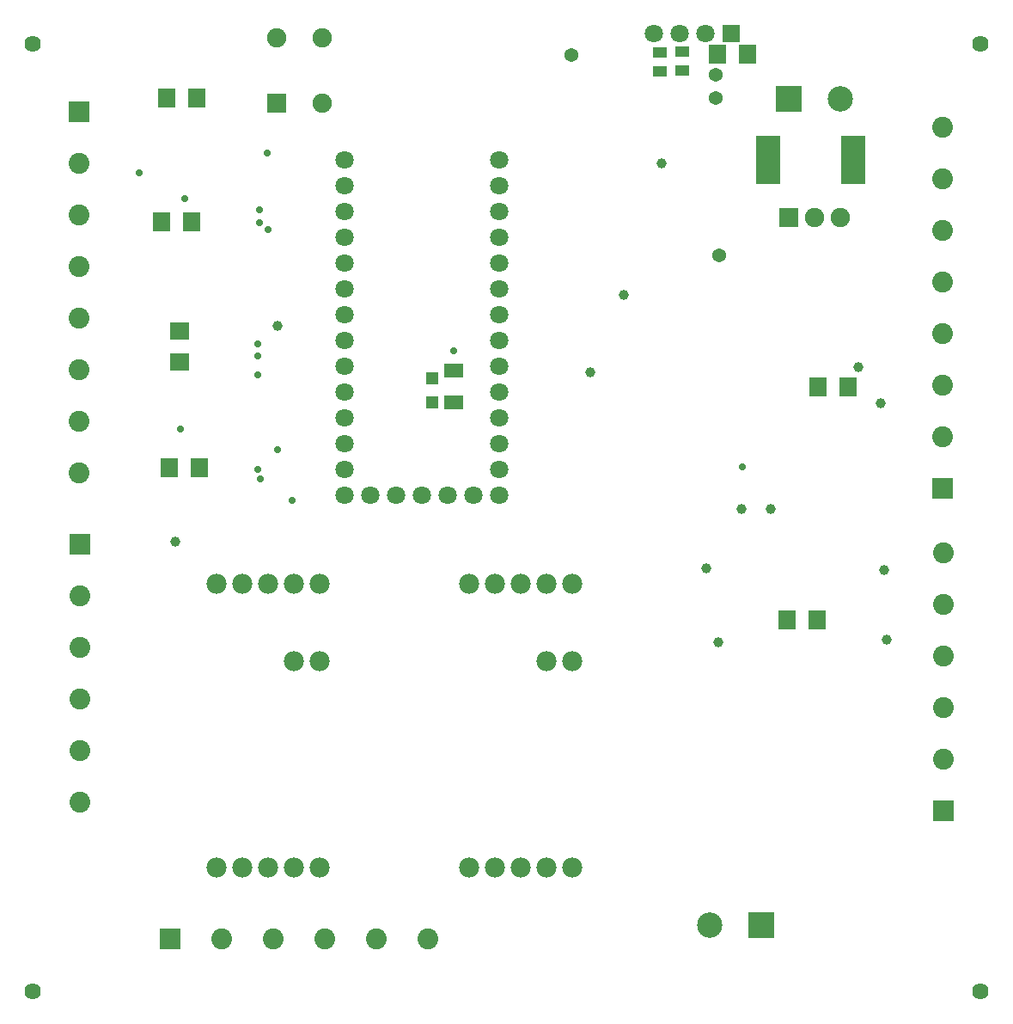
<source format=gbs>
G04*
G04 #@! TF.GenerationSoftware,Altium Limited,Altium Designer,20.1.14 (287)*
G04*
G04 Layer_Color=16711935*
%FSLAX25Y25*%
%MOIN*%
G70*
G04*
G04 #@! TF.SameCoordinates,7A970C34-DB54-4F81-A8C4-4C09E61C51C5*
G04*
G04*
G04 #@! TF.FilePolarity,Negative*
G04*
G01*
G75*
%ADD23R,0.06653X0.07559*%
%ADD33R,0.07559X0.06653*%
%ADD44C,0.07087*%
%ADD45R,0.06772X0.06772*%
%ADD46R,0.08071X0.08071*%
%ADD47C,0.08071*%
%ADD48R,0.09843X0.09843*%
%ADD49C,0.09843*%
%ADD50C,0.07480*%
%ADD51C,0.07794*%
%ADD52R,0.07480X0.07480*%
%ADD53R,0.07480X0.07480*%
%ADD54R,0.08071X0.08071*%
%ADD55C,0.06394*%
%ADD56C,0.02756*%
%ADD57C,0.03937*%
%ADD58C,0.05394*%
%ADD124R,0.07205X0.05394*%
%ADD125R,0.05827X0.04213*%
%ADD126R,0.09449X0.18504*%
%ADD127R,0.04921X0.04921*%
%ADD128R,0.07205X0.05236*%
D23*
X317492Y247500D02*
D03*
X329193D02*
D03*
X305492Y157000D02*
D03*
X317193D02*
D03*
X290193Y376500D02*
D03*
X64992Y359500D02*
D03*
X62992Y311500D02*
D03*
X65992Y216000D02*
D03*
X76693Y359500D02*
D03*
X74693Y311500D02*
D03*
X77693Y216000D02*
D03*
X278492Y376500D02*
D03*
D33*
X69842Y268850D02*
D03*
Y257150D02*
D03*
D44*
X264000Y384500D02*
D03*
X254000D02*
D03*
X274000D02*
D03*
X133843Y225499D02*
D03*
X173843Y205500D02*
D03*
X183843D02*
D03*
X193842D02*
D03*
Y225500D02*
D03*
Y215500D02*
D03*
Y235500D02*
D03*
Y245500D02*
D03*
Y255500D02*
D03*
Y265500D02*
D03*
Y275500D02*
D03*
Y285500D02*
D03*
Y295500D02*
D03*
Y305500D02*
D03*
X133843Y305499D02*
D03*
Y245499D02*
D03*
Y205499D02*
D03*
Y215499D02*
D03*
Y265499D02*
D03*
Y255499D02*
D03*
Y295499D02*
D03*
Y285499D02*
D03*
Y325499D02*
D03*
X143842Y205500D02*
D03*
X133843Y235499D02*
D03*
Y275499D02*
D03*
Y315499D02*
D03*
X153842Y205500D02*
D03*
X193842Y315500D02*
D03*
Y335500D02*
D03*
X163842Y205500D02*
D03*
X193842Y325500D02*
D03*
X133843Y335499D02*
D03*
D45*
X284000Y384500D02*
D03*
D46*
X30843Y354000D02*
D03*
X366342Y83000D02*
D03*
X31343Y186500D02*
D03*
X365843Y208000D02*
D03*
D47*
X30843Y334000D02*
D03*
Y314000D02*
D03*
Y294000D02*
D03*
Y274000D02*
D03*
Y254000D02*
D03*
Y234000D02*
D03*
Y214000D02*
D03*
X365843Y348000D02*
D03*
Y308000D02*
D03*
Y268000D02*
D03*
Y228000D02*
D03*
X366342Y163000D02*
D03*
Y103000D02*
D03*
Y123000D02*
D03*
X166342Y33500D02*
D03*
X146343D02*
D03*
X31343Y86500D02*
D03*
Y106500D02*
D03*
Y166500D02*
D03*
Y146500D02*
D03*
Y126500D02*
D03*
X365843Y288000D02*
D03*
Y328000D02*
D03*
Y248000D02*
D03*
X86343Y33500D02*
D03*
X106342D02*
D03*
X126342D02*
D03*
X366342Y183000D02*
D03*
Y143000D02*
D03*
D48*
X295568Y38533D02*
D03*
X306343Y359000D02*
D03*
D49*
X275568Y38533D02*
D03*
X326343Y359000D02*
D03*
D50*
X316342Y313000D02*
D03*
X326343D02*
D03*
X125201Y382795D02*
D03*
X107484D02*
D03*
X125201Y357205D02*
D03*
D51*
X222342Y171000D02*
D03*
X124343Y61000D02*
D03*
Y171000D02*
D03*
X222342Y61000D02*
D03*
X192342Y171000D02*
D03*
X94342D02*
D03*
X182343D02*
D03*
X84342D02*
D03*
X222342Y141000D02*
D03*
X212343D02*
D03*
X182343Y61000D02*
D03*
X192342D02*
D03*
X202343D02*
D03*
X212343D02*
D03*
X202343Y171000D02*
D03*
X212343D02*
D03*
X124343Y141000D02*
D03*
X114342D02*
D03*
X84342Y61000D02*
D03*
X94342D02*
D03*
X104342D02*
D03*
X114342D02*
D03*
X104342Y171000D02*
D03*
X114342D02*
D03*
D52*
X107484Y357205D02*
D03*
D53*
X306343Y313000D02*
D03*
D54*
X66343Y33500D02*
D03*
D55*
X380709Y380500D02*
D03*
Y13000D02*
D03*
X12843D02*
D03*
Y380500D02*
D03*
D56*
X113662Y203319D02*
D03*
X103842Y338000D02*
D03*
X100842Y316000D02*
D03*
X104342Y308500D02*
D03*
X100842Y311000D02*
D03*
X100343Y264000D02*
D03*
X107843Y223000D02*
D03*
X100343Y215500D02*
D03*
X101274Y211622D02*
D03*
X100343Y259500D02*
D03*
Y252000D02*
D03*
X54444Y330199D02*
D03*
X71842Y320500D02*
D03*
X288342Y216500D02*
D03*
X70342Y231000D02*
D03*
X176342Y261500D02*
D03*
D57*
X287842Y200000D02*
D03*
X274342Y177000D02*
D03*
X242342Y283000D02*
D03*
X107843Y271000D02*
D03*
X256842Y334000D02*
D03*
X68343Y187500D02*
D03*
X278842Y148500D02*
D03*
X229343Y253000D02*
D03*
X333343Y255000D02*
D03*
X341843Y241000D02*
D03*
X344342Y149500D02*
D03*
X343342Y176500D02*
D03*
X299417Y199925D02*
D03*
D58*
X277842Y368500D02*
D03*
X279343Y298500D02*
D03*
X277842Y359500D02*
D03*
X221843Y376000D02*
D03*
D124*
X176342Y253602D02*
D03*
D125*
X264843Y370000D02*
D03*
X256343Y369839D02*
D03*
X264843Y377323D02*
D03*
X256343Y377161D02*
D03*
D126*
X331378Y335500D02*
D03*
X298307D02*
D03*
D127*
X167842Y250662D02*
D03*
Y241411D02*
D03*
D128*
X176342Y241398D02*
D03*
M02*

</source>
